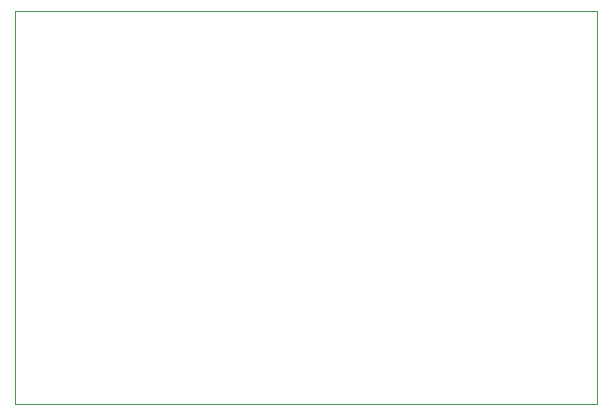
<source format=gbr>
%TF.GenerationSoftware,KiCad,Pcbnew,(7.0.0)*%
%TF.CreationDate,2023-04-29T18:10:18-05:00*%
%TF.ProjectId,WiHi,57694869-2e6b-4696-9361-645f70636258,-*%
%TF.SameCoordinates,PX795bdf0PY68e3130*%
%TF.FileFunction,Profile,NP*%
%FSLAX46Y46*%
G04 Gerber Fmt 4.6, Leading zero omitted, Abs format (unit mm)*
G04 Created by KiCad (PCBNEW (7.0.0)) date 2023-04-29 18:10:18*
%MOMM*%
%LPD*%
G01*
G04 APERTURE LIST*
%TA.AperFunction,Profile*%
%ADD10C,0.100000*%
%TD*%
G04 APERTURE END LIST*
D10*
X0Y33274000D02*
X49276000Y33274000D01*
X49276000Y33274000D02*
X49276000Y0D01*
X49276000Y0D02*
X0Y0D01*
X0Y0D02*
X0Y33274000D01*
M02*

</source>
